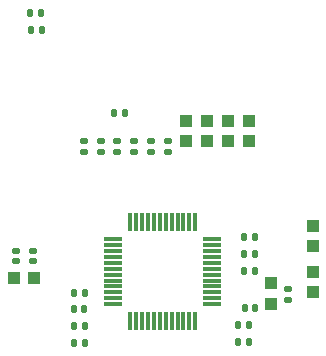
<source format=gbr>
G04*
G04 #@! TF.GenerationSoftware,Altium Limited,Altium Designer,22.4.2 (48)*
G04*
G04 Layer_Color=128*
%FSLAX25Y25*%
%MOIN*%
G70*
G04*
G04 #@! TF.SameCoordinates,2D1903EE-2603-4782-A524-194C17E073E1*
G04*
G04*
G04 #@! TF.FilePolarity,Positive*
G04*
G01*
G75*
%ADD17R,0.03937X0.04331*%
G04:AMPARAMS|DCode=20|XSize=19.29mil|YSize=23.62mil|CornerRadius=1.93mil|HoleSize=0mil|Usage=FLASHONLY|Rotation=180.000|XOffset=0mil|YOffset=0mil|HoleType=Round|Shape=RoundedRectangle|*
%AMROUNDEDRECTD20*
21,1,0.01929,0.01976,0,0,180.0*
21,1,0.01543,0.02362,0,0,180.0*
1,1,0.00386,-0.00772,0.00988*
1,1,0.00386,0.00772,0.00988*
1,1,0.00386,0.00772,-0.00988*
1,1,0.00386,-0.00772,-0.00988*
%
%ADD20ROUNDEDRECTD20*%
G04:AMPARAMS|DCode=21|XSize=19.29mil|YSize=23.62mil|CornerRadius=1.93mil|HoleSize=0mil|Usage=FLASHONLY|Rotation=270.000|XOffset=0mil|YOffset=0mil|HoleType=Round|Shape=RoundedRectangle|*
%AMROUNDEDRECTD21*
21,1,0.01929,0.01976,0,0,270.0*
21,1,0.01543,0.02362,0,0,270.0*
1,1,0.00386,-0.00988,-0.00772*
1,1,0.00386,-0.00988,0.00772*
1,1,0.00386,0.00988,0.00772*
1,1,0.00386,0.00988,-0.00772*
%
%ADD21ROUNDEDRECTD21*%
%ADD22R,0.04331X0.03937*%
G04:AMPARAMS|DCode=80|XSize=11.02mil|YSize=61.42mil|CornerRadius=2.76mil|HoleSize=0mil|Usage=FLASHONLY|Rotation=90.000|XOffset=0mil|YOffset=0mil|HoleType=Round|Shape=RoundedRectangle|*
%AMROUNDEDRECTD80*
21,1,0.01102,0.05591,0,0,90.0*
21,1,0.00551,0.06142,0,0,90.0*
1,1,0.00551,0.02795,0.00276*
1,1,0.00551,0.02795,-0.00276*
1,1,0.00551,-0.02795,-0.00276*
1,1,0.00551,-0.02795,0.00276*
%
%ADD80ROUNDEDRECTD80*%
G04:AMPARAMS|DCode=81|XSize=11.02mil|YSize=61.42mil|CornerRadius=2.76mil|HoleSize=0mil|Usage=FLASHONLY|Rotation=180.000|XOffset=0mil|YOffset=0mil|HoleType=Round|Shape=RoundedRectangle|*
%AMROUNDEDRECTD81*
21,1,0.01102,0.05591,0,0,180.0*
21,1,0.00551,0.06142,0,0,180.0*
1,1,0.00551,-0.00276,0.02795*
1,1,0.00551,0.00276,0.02795*
1,1,0.00551,0.00276,-0.02795*
1,1,0.00551,-0.00276,-0.02795*
%
%ADD81ROUNDEDRECTD81*%
D17*
X249200Y403954D02*
D03*
Y410646D02*
D03*
X249300Y395346D02*
D03*
Y388653D02*
D03*
X206900Y445793D02*
D03*
Y439100D02*
D03*
X235300Y391547D02*
D03*
Y384854D02*
D03*
X228000Y445839D02*
D03*
Y439147D02*
D03*
X221000D02*
D03*
Y445839D02*
D03*
X213900Y445793D02*
D03*
Y439100D02*
D03*
D20*
X169609Y388500D02*
D03*
X173191D02*
D03*
X173291Y371600D02*
D03*
X169709D02*
D03*
Y377300D02*
D03*
X173291D02*
D03*
X173091Y382900D02*
D03*
X169509D02*
D03*
X227902Y372160D02*
D03*
X224319D02*
D03*
X229991Y407100D02*
D03*
X226409D02*
D03*
X229983Y401400D02*
D03*
X226400D02*
D03*
X226409Y395600D02*
D03*
X229991D02*
D03*
X230091Y383300D02*
D03*
X226509D02*
D03*
X155000Y481700D02*
D03*
X158583D02*
D03*
X155300Y476000D02*
D03*
X158883D02*
D03*
X183109Y448400D02*
D03*
X186691D02*
D03*
X224310Y377760D02*
D03*
X227893D02*
D03*
D21*
X150448Y398897D02*
D03*
Y402480D02*
D03*
X156048D02*
D03*
Y398897D02*
D03*
X241000Y386109D02*
D03*
Y389691D02*
D03*
X172900Y435317D02*
D03*
Y438900D02*
D03*
X178500D02*
D03*
Y435317D02*
D03*
X184100Y435309D02*
D03*
Y438891D02*
D03*
X195400Y435300D02*
D03*
Y438883D02*
D03*
X189700Y435300D02*
D03*
Y438883D02*
D03*
X201000Y435317D02*
D03*
Y438900D02*
D03*
D22*
X156439Y393300D02*
D03*
X149747D02*
D03*
D80*
X215704Y406284D02*
D03*
Y404315D02*
D03*
Y402347D02*
D03*
Y400378D02*
D03*
Y398410D02*
D03*
Y396441D02*
D03*
Y394472D02*
D03*
Y392504D02*
D03*
Y390535D02*
D03*
Y388567D02*
D03*
Y386598D02*
D03*
Y384630D02*
D03*
X182791D02*
D03*
Y386598D02*
D03*
Y388567D02*
D03*
Y390535D02*
D03*
Y392504D02*
D03*
Y394472D02*
D03*
Y396441D02*
D03*
Y398410D02*
D03*
Y400378D02*
D03*
Y402347D02*
D03*
Y404315D02*
D03*
Y406284D02*
D03*
D81*
X210074Y379000D02*
D03*
X208105D02*
D03*
X206137D02*
D03*
X204169D02*
D03*
X202200D02*
D03*
X200232D02*
D03*
X198263D02*
D03*
X196294D02*
D03*
X194326D02*
D03*
X192358D02*
D03*
X190389D02*
D03*
X188420D02*
D03*
Y411913D02*
D03*
X190389D02*
D03*
X192358D02*
D03*
X194326D02*
D03*
X196294D02*
D03*
X198263D02*
D03*
X200232D02*
D03*
X202200D02*
D03*
X204169D02*
D03*
X206137D02*
D03*
X208105D02*
D03*
X210074D02*
D03*
M02*

</source>
